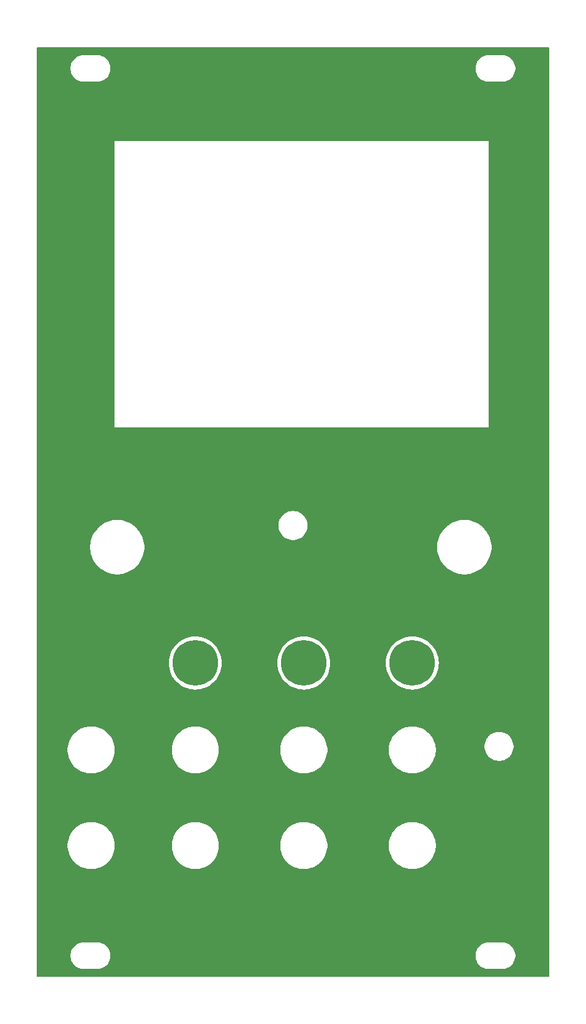
<source format=gbr>
G04 #@! TF.GenerationSoftware,KiCad,Pcbnew,8.0.8*
G04 #@! TF.CreationDate,2025-06-13T11:57:10+01:00*
G04 #@! TF.ProjectId,oscar_panel_nousb_variant,6f736361-725f-4706-916e-656c5f6e6f75,rev?*
G04 #@! TF.SameCoordinates,Original*
G04 #@! TF.FileFunction,Copper,L2,Bot*
G04 #@! TF.FilePolarity,Positive*
%FSLAX46Y46*%
G04 Gerber Fmt 4.6, Leading zero omitted, Abs format (unit mm)*
G04 Created by KiCad (PCBNEW 8.0.8) date 2025-06-13 11:57:10*
%MOMM*%
%LPD*%
G01*
G04 APERTURE LIST*
G04 #@! TA.AperFunction,WasherPad*
%ADD10C,6.300000*%
G04 #@! TD*
G04 APERTURE END LIST*
D10*
X152000000Y-120000000D03*
X137000000Y-120000000D03*
X122000000Y-120000000D03*
G04 #@! TA.AperFunction,NonConductor*
G36*
X170866621Y-34995502D02*
G01*
X170913114Y-35049158D01*
X170924500Y-35101500D01*
X170924500Y-163198500D01*
X170904498Y-163266621D01*
X170850842Y-163313114D01*
X170798500Y-163324500D01*
X100201500Y-163324500D01*
X100133379Y-163304498D01*
X100086886Y-163250842D01*
X100075500Y-163198500D01*
X100075500Y-160278709D01*
X104749500Y-160278709D01*
X104749500Y-160521290D01*
X104781160Y-160761782D01*
X104843944Y-160996095D01*
X104843945Y-160996097D01*
X104843946Y-160996100D01*
X104936776Y-161220212D01*
X104936777Y-161220213D01*
X104936782Y-161220224D01*
X105058061Y-161430285D01*
X105058063Y-161430288D01*
X105058064Y-161430289D01*
X105205735Y-161622738D01*
X105205739Y-161622742D01*
X105205744Y-161622748D01*
X105377251Y-161794255D01*
X105377256Y-161794259D01*
X105377262Y-161794265D01*
X105569711Y-161941936D01*
X105569714Y-161941938D01*
X105779775Y-162063217D01*
X105779779Y-162063218D01*
X105779788Y-162063224D01*
X106003900Y-162156054D01*
X106238211Y-162218838D01*
X106238215Y-162218838D01*
X106238217Y-162218839D01*
X106300202Y-162226999D01*
X106478712Y-162250500D01*
X106478719Y-162250500D01*
X108521281Y-162250500D01*
X108521288Y-162250500D01*
X108738637Y-162221885D01*
X108761782Y-162218839D01*
X108761782Y-162218838D01*
X108761789Y-162218838D01*
X108996100Y-162156054D01*
X109220212Y-162063224D01*
X109430289Y-161941936D01*
X109622738Y-161794265D01*
X109794265Y-161622738D01*
X109941936Y-161430289D01*
X110063224Y-161220212D01*
X110156054Y-160996100D01*
X110218838Y-160761789D01*
X110250500Y-160521288D01*
X110250500Y-160278712D01*
X110250500Y-160278709D01*
X160749500Y-160278709D01*
X160749500Y-160521290D01*
X160781160Y-160761782D01*
X160843944Y-160996095D01*
X160843945Y-160996097D01*
X160843946Y-160996100D01*
X160936776Y-161220212D01*
X160936777Y-161220213D01*
X160936782Y-161220224D01*
X161058061Y-161430285D01*
X161058063Y-161430288D01*
X161058064Y-161430289D01*
X161205735Y-161622738D01*
X161205739Y-161622742D01*
X161205744Y-161622748D01*
X161377251Y-161794255D01*
X161377256Y-161794259D01*
X161377262Y-161794265D01*
X161569711Y-161941936D01*
X161569714Y-161941938D01*
X161779775Y-162063217D01*
X161779779Y-162063218D01*
X161779788Y-162063224D01*
X162003900Y-162156054D01*
X162238211Y-162218838D01*
X162238215Y-162218838D01*
X162238217Y-162218839D01*
X162300202Y-162226999D01*
X162478712Y-162250500D01*
X162478719Y-162250500D01*
X164521281Y-162250500D01*
X164521288Y-162250500D01*
X164738637Y-162221885D01*
X164761782Y-162218839D01*
X164761782Y-162218838D01*
X164761789Y-162218838D01*
X164996100Y-162156054D01*
X165220212Y-162063224D01*
X165430289Y-161941936D01*
X165622738Y-161794265D01*
X165794265Y-161622738D01*
X165941936Y-161430289D01*
X166063224Y-161220212D01*
X166156054Y-160996100D01*
X166218838Y-160761789D01*
X166250500Y-160521288D01*
X166250500Y-160278712D01*
X166218838Y-160038211D01*
X166156054Y-159803900D01*
X166063224Y-159579788D01*
X166063218Y-159579779D01*
X166063217Y-159579775D01*
X165941938Y-159369714D01*
X165941936Y-159369711D01*
X165794265Y-159177262D01*
X165794259Y-159177256D01*
X165794255Y-159177251D01*
X165622748Y-159005744D01*
X165622742Y-159005739D01*
X165622738Y-159005735D01*
X165430289Y-158858064D01*
X165430288Y-158858063D01*
X165430285Y-158858061D01*
X165220224Y-158736782D01*
X165220216Y-158736778D01*
X165220212Y-158736776D01*
X164996100Y-158643946D01*
X164996097Y-158643945D01*
X164996095Y-158643944D01*
X164761782Y-158581160D01*
X164521290Y-158549500D01*
X164521288Y-158549500D01*
X162478712Y-158549500D01*
X162478709Y-158549500D01*
X162238217Y-158581160D01*
X162003904Y-158643944D01*
X162003900Y-158643946D01*
X161779786Y-158736777D01*
X161779775Y-158736782D01*
X161569714Y-158858061D01*
X161377262Y-159005735D01*
X161377251Y-159005744D01*
X161205744Y-159177251D01*
X161205735Y-159177262D01*
X161058061Y-159369714D01*
X160936782Y-159579775D01*
X160936777Y-159579786D01*
X160843946Y-159803900D01*
X160843944Y-159803904D01*
X160781160Y-160038217D01*
X160749500Y-160278709D01*
X110250500Y-160278709D01*
X110218838Y-160038211D01*
X110156054Y-159803900D01*
X110063224Y-159579788D01*
X110063218Y-159579779D01*
X110063217Y-159579775D01*
X109941938Y-159369714D01*
X109941936Y-159369711D01*
X109794265Y-159177262D01*
X109794259Y-159177256D01*
X109794255Y-159177251D01*
X109622748Y-159005744D01*
X109622742Y-159005739D01*
X109622738Y-159005735D01*
X109430289Y-158858064D01*
X109430288Y-158858063D01*
X109430285Y-158858061D01*
X109220224Y-158736782D01*
X109220216Y-158736778D01*
X109220212Y-158736776D01*
X108996100Y-158643946D01*
X108996097Y-158643945D01*
X108996095Y-158643944D01*
X108761782Y-158581160D01*
X108521290Y-158549500D01*
X108521288Y-158549500D01*
X106478712Y-158549500D01*
X106478709Y-158549500D01*
X106238217Y-158581160D01*
X106003904Y-158643944D01*
X106003900Y-158643946D01*
X105779786Y-158736777D01*
X105779775Y-158736782D01*
X105569714Y-158858061D01*
X105377262Y-159005735D01*
X105377251Y-159005744D01*
X105205744Y-159177251D01*
X105205735Y-159177262D01*
X105058061Y-159369714D01*
X104936782Y-159579775D01*
X104936777Y-159579786D01*
X104843946Y-159803900D01*
X104843944Y-159803904D01*
X104781160Y-160038217D01*
X104749500Y-160278709D01*
X100075500Y-160278709D01*
X100075500Y-145040306D01*
X104349500Y-145040306D01*
X104349500Y-145359693D01*
X104380802Y-145677508D01*
X104380804Y-145677523D01*
X104443111Y-145990760D01*
X104535820Y-146296381D01*
X104535821Y-146296385D01*
X104658039Y-146591444D01*
X104808592Y-146873108D01*
X104986020Y-147138649D01*
X104986031Y-147138664D01*
X105188628Y-147385528D01*
X105188646Y-147385548D01*
X105414451Y-147611353D01*
X105414461Y-147611362D01*
X105414465Y-147611366D01*
X105661344Y-147813975D01*
X105926894Y-147991409D01*
X106208556Y-148141961D01*
X106503619Y-148264180D01*
X106809240Y-148356889D01*
X107122477Y-148419196D01*
X107440313Y-148450500D01*
X107440322Y-148450500D01*
X107759678Y-148450500D01*
X107759687Y-148450500D01*
X108077523Y-148419196D01*
X108390760Y-148356889D01*
X108696381Y-148264180D01*
X108991444Y-148141961D01*
X109273106Y-147991409D01*
X109538656Y-147813975D01*
X109785535Y-147611366D01*
X110011366Y-147385535D01*
X110213975Y-147138656D01*
X110391409Y-146873106D01*
X110541961Y-146591444D01*
X110664180Y-146296381D01*
X110756889Y-145990760D01*
X110819196Y-145677523D01*
X110850500Y-145359687D01*
X110850500Y-145040313D01*
X110850499Y-145040306D01*
X118749500Y-145040306D01*
X118749500Y-145359693D01*
X118780802Y-145677508D01*
X118780804Y-145677523D01*
X118843111Y-145990760D01*
X118935820Y-146296381D01*
X118935821Y-146296385D01*
X119058039Y-146591444D01*
X119208592Y-146873108D01*
X119386020Y-147138649D01*
X119386031Y-147138664D01*
X119588628Y-147385528D01*
X119588646Y-147385548D01*
X119814451Y-147611353D01*
X119814461Y-147611362D01*
X119814465Y-147611366D01*
X120061344Y-147813975D01*
X120326894Y-147991409D01*
X120608556Y-148141961D01*
X120903619Y-148264180D01*
X121209240Y-148356889D01*
X121522477Y-148419196D01*
X121840313Y-148450500D01*
X121840322Y-148450500D01*
X122159678Y-148450500D01*
X122159687Y-148450500D01*
X122477523Y-148419196D01*
X122790760Y-148356889D01*
X123096381Y-148264180D01*
X123391444Y-148141961D01*
X123673106Y-147991409D01*
X123938656Y-147813975D01*
X124185535Y-147611366D01*
X124411366Y-147385535D01*
X124613975Y-147138656D01*
X124791409Y-146873106D01*
X124941961Y-146591444D01*
X125064180Y-146296381D01*
X125156889Y-145990760D01*
X125219196Y-145677523D01*
X125250500Y-145359687D01*
X125250500Y-145040313D01*
X125250499Y-145040306D01*
X133749500Y-145040306D01*
X133749500Y-145359693D01*
X133780802Y-145677508D01*
X133780804Y-145677523D01*
X133843111Y-145990760D01*
X133935820Y-146296381D01*
X133935821Y-146296385D01*
X134058039Y-146591444D01*
X134208592Y-146873108D01*
X134386020Y-147138649D01*
X134386031Y-147138664D01*
X134588628Y-147385528D01*
X134588646Y-147385548D01*
X134814451Y-147611353D01*
X134814461Y-147611362D01*
X134814465Y-147611366D01*
X135061344Y-147813975D01*
X135326894Y-147991409D01*
X135608556Y-148141961D01*
X135903619Y-148264180D01*
X136209240Y-148356889D01*
X136522477Y-148419196D01*
X136840313Y-148450500D01*
X136840322Y-148450500D01*
X137159678Y-148450500D01*
X137159687Y-148450500D01*
X137477523Y-148419196D01*
X137790760Y-148356889D01*
X138096381Y-148264180D01*
X138391444Y-148141961D01*
X138673106Y-147991409D01*
X138938656Y-147813975D01*
X139185535Y-147611366D01*
X139411366Y-147385535D01*
X139613975Y-147138656D01*
X139791409Y-146873106D01*
X139941961Y-146591444D01*
X140064180Y-146296381D01*
X140156889Y-145990760D01*
X140219196Y-145677523D01*
X140250500Y-145359687D01*
X140250500Y-145040313D01*
X140250499Y-145040306D01*
X148749500Y-145040306D01*
X148749500Y-145359693D01*
X148780802Y-145677508D01*
X148780804Y-145677523D01*
X148843111Y-145990760D01*
X148935820Y-146296381D01*
X148935821Y-146296385D01*
X149058039Y-146591444D01*
X149208592Y-146873108D01*
X149386020Y-147138649D01*
X149386031Y-147138664D01*
X149588628Y-147385528D01*
X149588646Y-147385548D01*
X149814451Y-147611353D01*
X149814461Y-147611362D01*
X149814465Y-147611366D01*
X150061344Y-147813975D01*
X150326894Y-147991409D01*
X150608556Y-148141961D01*
X150903619Y-148264180D01*
X151209240Y-148356889D01*
X151522477Y-148419196D01*
X151840313Y-148450500D01*
X151840322Y-148450500D01*
X152159678Y-148450500D01*
X152159687Y-148450500D01*
X152477523Y-148419196D01*
X152790760Y-148356889D01*
X153096381Y-148264180D01*
X153391444Y-148141961D01*
X153673106Y-147991409D01*
X153938656Y-147813975D01*
X154185535Y-147611366D01*
X154411366Y-147385535D01*
X154613975Y-147138656D01*
X154791409Y-146873106D01*
X154941961Y-146591444D01*
X155064180Y-146296381D01*
X155156889Y-145990760D01*
X155219196Y-145677523D01*
X155250500Y-145359687D01*
X155250500Y-145040313D01*
X155219196Y-144722477D01*
X155156889Y-144409240D01*
X155064180Y-144103619D01*
X154941961Y-143808556D01*
X154791409Y-143526894D01*
X154613975Y-143261344D01*
X154411366Y-143014465D01*
X154411362Y-143014461D01*
X154411353Y-143014451D01*
X154185548Y-142788646D01*
X154185528Y-142788628D01*
X153938664Y-142586031D01*
X153938649Y-142586020D01*
X153673108Y-142408592D01*
X153391444Y-142258039D01*
X153096385Y-142135821D01*
X153096381Y-142135820D01*
X152790760Y-142043111D01*
X152581935Y-142001573D01*
X152477524Y-141980804D01*
X152477508Y-141980802D01*
X152159693Y-141949500D01*
X152159687Y-141949500D01*
X151840313Y-141949500D01*
X151840306Y-141949500D01*
X151522491Y-141980802D01*
X151522475Y-141980804D01*
X151313652Y-142022342D01*
X151209240Y-142043111D01*
X151056429Y-142089465D01*
X150903618Y-142135820D01*
X150903614Y-142135821D01*
X150608555Y-142258039D01*
X150326891Y-142408592D01*
X150061350Y-142586020D01*
X150061335Y-142586031D01*
X149814471Y-142788628D01*
X149814451Y-142788646D01*
X149588646Y-143014451D01*
X149588628Y-143014471D01*
X149386031Y-143261335D01*
X149386020Y-143261350D01*
X149208592Y-143526891D01*
X149058039Y-143808555D01*
X148935821Y-144103614D01*
X148935820Y-144103618D01*
X148843111Y-144409241D01*
X148780804Y-144722475D01*
X148780802Y-144722491D01*
X148749500Y-145040306D01*
X140250499Y-145040306D01*
X140219196Y-144722477D01*
X140156889Y-144409240D01*
X140064180Y-144103619D01*
X139941961Y-143808556D01*
X139791409Y-143526894D01*
X139613975Y-143261344D01*
X139411366Y-143014465D01*
X139411362Y-143014461D01*
X139411353Y-143014451D01*
X139185548Y-142788646D01*
X139185528Y-142788628D01*
X138938664Y-142586031D01*
X138938649Y-142586020D01*
X138673108Y-142408592D01*
X138391444Y-142258039D01*
X138096385Y-142135821D01*
X138096381Y-142135820D01*
X137790760Y-142043111D01*
X137581935Y-142001573D01*
X137477524Y-141980804D01*
X137477508Y-141980802D01*
X137159693Y-141949500D01*
X137159687Y-141949500D01*
X136840313Y-141949500D01*
X136840306Y-141949500D01*
X136522491Y-141980802D01*
X136522475Y-141980804D01*
X136313652Y-142022342D01*
X136209240Y-142043111D01*
X136056429Y-142089465D01*
X135903618Y-142135820D01*
X135903614Y-142135821D01*
X135608555Y-142258039D01*
X135326891Y-142408592D01*
X135061350Y-142586020D01*
X135061335Y-142586031D01*
X134814471Y-142788628D01*
X134814451Y-142788646D01*
X134588646Y-143014451D01*
X134588628Y-143014471D01*
X134386031Y-143261335D01*
X134386020Y-143261350D01*
X134208592Y-143526891D01*
X134058039Y-143808555D01*
X133935821Y-144103614D01*
X133935820Y-144103618D01*
X133843111Y-144409241D01*
X133780804Y-144722475D01*
X133780802Y-144722491D01*
X133749500Y-145040306D01*
X125250499Y-145040306D01*
X125219196Y-144722477D01*
X125156889Y-144409240D01*
X125064180Y-144103619D01*
X124941961Y-143808556D01*
X124791409Y-143526894D01*
X124613975Y-143261344D01*
X124411366Y-143014465D01*
X124411362Y-143014461D01*
X124411353Y-143014451D01*
X124185548Y-142788646D01*
X124185528Y-142788628D01*
X123938664Y-142586031D01*
X123938649Y-142586020D01*
X123673108Y-142408592D01*
X123391444Y-142258039D01*
X123096385Y-142135821D01*
X123096381Y-142135820D01*
X122790760Y-142043111D01*
X122581935Y-142001573D01*
X122477524Y-141980804D01*
X122477508Y-141980802D01*
X122159693Y-141949500D01*
X122159687Y-141949500D01*
X121840313Y-141949500D01*
X121840306Y-141949500D01*
X121522491Y-141980802D01*
X121522475Y-141980804D01*
X121313652Y-142022342D01*
X121209240Y-142043111D01*
X121056429Y-142089465D01*
X120903618Y-142135820D01*
X120903614Y-142135821D01*
X120608555Y-142258039D01*
X120326891Y-142408592D01*
X120061350Y-142586020D01*
X120061335Y-142586031D01*
X119814471Y-142788628D01*
X119814451Y-142788646D01*
X119588646Y-143014451D01*
X119588628Y-143014471D01*
X119386031Y-143261335D01*
X119386020Y-143261350D01*
X119208592Y-143526891D01*
X119058039Y-143808555D01*
X118935821Y-144103614D01*
X118935820Y-144103618D01*
X118843111Y-144409241D01*
X118780804Y-144722475D01*
X118780802Y-144722491D01*
X118749500Y-145040306D01*
X110850499Y-145040306D01*
X110819196Y-144722477D01*
X110756889Y-144409240D01*
X110664180Y-144103619D01*
X110541961Y-143808556D01*
X110391409Y-143526894D01*
X110213975Y-143261344D01*
X110011366Y-143014465D01*
X110011362Y-143014461D01*
X110011353Y-143014451D01*
X109785548Y-142788646D01*
X109785528Y-142788628D01*
X109538664Y-142586031D01*
X109538649Y-142586020D01*
X109273108Y-142408592D01*
X108991444Y-142258039D01*
X108696385Y-142135821D01*
X108696381Y-142135820D01*
X108390760Y-142043111D01*
X108181935Y-142001573D01*
X108077524Y-141980804D01*
X108077508Y-141980802D01*
X107759693Y-141949500D01*
X107759687Y-141949500D01*
X107440313Y-141949500D01*
X107440306Y-141949500D01*
X107122491Y-141980802D01*
X107122475Y-141980804D01*
X106913652Y-142022342D01*
X106809240Y-142043111D01*
X106656429Y-142089465D01*
X106503618Y-142135820D01*
X106503614Y-142135821D01*
X106208555Y-142258039D01*
X105926891Y-142408592D01*
X105661350Y-142586020D01*
X105661335Y-142586031D01*
X105414471Y-142788628D01*
X105414451Y-142788646D01*
X105188646Y-143014451D01*
X105188628Y-143014471D01*
X104986031Y-143261335D01*
X104986020Y-143261350D01*
X104808592Y-143526891D01*
X104658039Y-143808555D01*
X104535821Y-144103614D01*
X104535820Y-144103618D01*
X104443111Y-144409241D01*
X104380804Y-144722475D01*
X104380802Y-144722491D01*
X104349500Y-145040306D01*
X100075500Y-145040306D01*
X100075500Y-131840306D01*
X104349500Y-131840306D01*
X104349500Y-132159693D01*
X104380802Y-132477508D01*
X104380804Y-132477523D01*
X104443111Y-132790760D01*
X104508789Y-133007270D01*
X104535820Y-133096381D01*
X104535821Y-133096385D01*
X104658039Y-133391444D01*
X104808592Y-133673108D01*
X104986020Y-133938649D01*
X104986031Y-133938664D01*
X105188628Y-134185528D01*
X105188646Y-134185548D01*
X105414451Y-134411353D01*
X105414461Y-134411362D01*
X105414465Y-134411366D01*
X105661344Y-134613975D01*
X105926894Y-134791409D01*
X106208556Y-134941961D01*
X106503619Y-135064180D01*
X106809240Y-135156889D01*
X107122477Y-135219196D01*
X107440313Y-135250500D01*
X107440322Y-135250500D01*
X107759678Y-135250500D01*
X107759687Y-135250500D01*
X108077523Y-135219196D01*
X108390760Y-135156889D01*
X108696381Y-135064180D01*
X108991444Y-134941961D01*
X109273106Y-134791409D01*
X109538656Y-134613975D01*
X109785535Y-134411366D01*
X110011366Y-134185535D01*
X110213975Y-133938656D01*
X110391409Y-133673106D01*
X110541961Y-133391444D01*
X110664180Y-133096381D01*
X110756889Y-132790760D01*
X110819196Y-132477523D01*
X110850500Y-132159687D01*
X110850500Y-131840313D01*
X110850499Y-131840306D01*
X118749500Y-131840306D01*
X118749500Y-132159693D01*
X118780802Y-132477508D01*
X118780804Y-132477523D01*
X118843111Y-132790760D01*
X118908789Y-133007270D01*
X118935820Y-133096381D01*
X118935821Y-133096385D01*
X119058039Y-133391444D01*
X119208592Y-133673108D01*
X119386020Y-133938649D01*
X119386031Y-133938664D01*
X119588628Y-134185528D01*
X119588646Y-134185548D01*
X119814451Y-134411353D01*
X119814461Y-134411362D01*
X119814465Y-134411366D01*
X120061344Y-134613975D01*
X120326894Y-134791409D01*
X120608556Y-134941961D01*
X120903619Y-135064180D01*
X121209240Y-135156889D01*
X121522477Y-135219196D01*
X121840313Y-135250500D01*
X121840322Y-135250500D01*
X122159678Y-135250500D01*
X122159687Y-135250500D01*
X122477523Y-135219196D01*
X122790760Y-135156889D01*
X123096381Y-135064180D01*
X123391444Y-134941961D01*
X123673106Y-134791409D01*
X123938656Y-134613975D01*
X124185535Y-134411366D01*
X124411366Y-134185535D01*
X124613975Y-133938656D01*
X124791409Y-133673106D01*
X124941961Y-133391444D01*
X125064180Y-133096381D01*
X125156889Y-132790760D01*
X125219196Y-132477523D01*
X125250500Y-132159687D01*
X125250500Y-131840313D01*
X125250499Y-131840306D01*
X133749500Y-131840306D01*
X133749500Y-132159693D01*
X133780802Y-132477508D01*
X133780804Y-132477523D01*
X133843111Y-132790760D01*
X133908789Y-133007270D01*
X133935820Y-133096381D01*
X133935821Y-133096385D01*
X134058039Y-133391444D01*
X134208592Y-133673108D01*
X134386020Y-133938649D01*
X134386031Y-133938664D01*
X134588628Y-134185528D01*
X134588646Y-134185548D01*
X134814451Y-134411353D01*
X134814461Y-134411362D01*
X134814465Y-134411366D01*
X135061344Y-134613975D01*
X135326894Y-134791409D01*
X135608556Y-134941961D01*
X135903619Y-135064180D01*
X136209240Y-135156889D01*
X136522477Y-135219196D01*
X136840313Y-135250500D01*
X136840322Y-135250500D01*
X137159678Y-135250500D01*
X137159687Y-135250500D01*
X137477523Y-135219196D01*
X137790760Y-135156889D01*
X138096381Y-135064180D01*
X138391444Y-134941961D01*
X138673106Y-134791409D01*
X138938656Y-134613975D01*
X139185535Y-134411366D01*
X139411366Y-134185535D01*
X139613975Y-133938656D01*
X139791409Y-133673106D01*
X139941961Y-133391444D01*
X140064180Y-133096381D01*
X140156889Y-132790760D01*
X140219196Y-132477523D01*
X140250500Y-132159687D01*
X140250500Y-131840313D01*
X140250499Y-131840306D01*
X148749500Y-131840306D01*
X148749500Y-132159693D01*
X148780802Y-132477508D01*
X148780804Y-132477523D01*
X148843111Y-132790760D01*
X148908789Y-133007270D01*
X148935820Y-133096381D01*
X148935821Y-133096385D01*
X149058039Y-133391444D01*
X149208592Y-133673108D01*
X149386020Y-133938649D01*
X149386031Y-133938664D01*
X149588628Y-134185528D01*
X149588646Y-134185548D01*
X149814451Y-134411353D01*
X149814461Y-134411362D01*
X149814465Y-134411366D01*
X150061344Y-134613975D01*
X150326894Y-134791409D01*
X150608556Y-134941961D01*
X150903619Y-135064180D01*
X151209240Y-135156889D01*
X151522477Y-135219196D01*
X151840313Y-135250500D01*
X151840322Y-135250500D01*
X152159678Y-135250500D01*
X152159687Y-135250500D01*
X152477523Y-135219196D01*
X152790760Y-135156889D01*
X153096381Y-135064180D01*
X153391444Y-134941961D01*
X153673106Y-134791409D01*
X153938656Y-134613975D01*
X154185535Y-134411366D01*
X154411366Y-134185535D01*
X154613975Y-133938656D01*
X154791409Y-133673106D01*
X154941961Y-133391444D01*
X155064180Y-133096381D01*
X155156889Y-132790760D01*
X155219196Y-132477523D01*
X155250500Y-132159687D01*
X155250500Y-131840313D01*
X155219196Y-131522477D01*
X155188643Y-131368878D01*
X161999500Y-131368878D01*
X161999500Y-131631121D01*
X162033728Y-131891108D01*
X162033729Y-131891114D01*
X162033730Y-131891116D01*
X162101602Y-132144419D01*
X162201957Y-132386697D01*
X162201958Y-132386698D01*
X162201963Y-132386709D01*
X162333073Y-132613799D01*
X162333077Y-132613805D01*
X162492710Y-132821842D01*
X162492729Y-132821863D01*
X162678136Y-133007270D01*
X162678157Y-133007289D01*
X162886194Y-133166922D01*
X162886200Y-133166926D01*
X163113290Y-133298036D01*
X163113294Y-133298037D01*
X163113303Y-133298043D01*
X163355581Y-133398398D01*
X163608884Y-133466270D01*
X163608890Y-133466270D01*
X163608891Y-133466271D01*
X163633900Y-133469563D01*
X163868880Y-133500500D01*
X163868887Y-133500500D01*
X164131113Y-133500500D01*
X164131120Y-133500500D01*
X164391116Y-133466270D01*
X164644419Y-133398398D01*
X164886697Y-133298043D01*
X165113803Y-133166924D01*
X165321851Y-133007282D01*
X165507282Y-132821851D01*
X165666924Y-132613803D01*
X165798043Y-132386697D01*
X165898398Y-132144419D01*
X165966270Y-131891116D01*
X166000500Y-131631120D01*
X166000500Y-131368880D01*
X165966270Y-131108884D01*
X165898398Y-130855581D01*
X165798043Y-130613303D01*
X165798037Y-130613294D01*
X165798036Y-130613290D01*
X165666926Y-130386200D01*
X165666922Y-130386194D01*
X165507289Y-130178157D01*
X165507270Y-130178136D01*
X165321863Y-129992729D01*
X165321842Y-129992710D01*
X165113805Y-129833077D01*
X165113799Y-129833073D01*
X164886709Y-129701963D01*
X164886701Y-129701959D01*
X164886697Y-129701957D01*
X164644419Y-129601602D01*
X164391116Y-129533730D01*
X164391114Y-129533729D01*
X164391108Y-129533728D01*
X164131121Y-129499500D01*
X164131120Y-129499500D01*
X163868880Y-129499500D01*
X163868878Y-129499500D01*
X163608891Y-129533728D01*
X163355581Y-129601602D01*
X163113301Y-129701958D01*
X163113290Y-129701963D01*
X162886200Y-129833073D01*
X162886194Y-129833077D01*
X162678157Y-129992710D01*
X162678136Y-129992729D01*
X162492729Y-130178136D01*
X162492710Y-130178157D01*
X162333077Y-130386194D01*
X162333073Y-130386200D01*
X162201963Y-130613290D01*
X162201958Y-130613301D01*
X162101602Y-130855581D01*
X162033728Y-131108891D01*
X161999500Y-131368878D01*
X155188643Y-131368878D01*
X155156889Y-131209240D01*
X155064180Y-130903619D01*
X154941961Y-130608556D01*
X154791409Y-130326894D01*
X154613975Y-130061344D01*
X154557648Y-129992710D01*
X154411371Y-129814471D01*
X154411353Y-129814451D01*
X154185548Y-129588646D01*
X154185528Y-129588628D01*
X153938664Y-129386031D01*
X153938649Y-129386020D01*
X153673108Y-129208592D01*
X153391444Y-129058039D01*
X153096385Y-128935821D01*
X153096381Y-128935820D01*
X152790760Y-128843111D01*
X152581935Y-128801573D01*
X152477524Y-128780804D01*
X152477508Y-128780802D01*
X152159693Y-128749500D01*
X152159687Y-128749500D01*
X151840313Y-128749500D01*
X151840306Y-128749500D01*
X151522491Y-128780802D01*
X151522475Y-128780804D01*
X151313652Y-128822342D01*
X151209240Y-128843111D01*
X151056429Y-128889465D01*
X150903618Y-128935820D01*
X150903614Y-128935821D01*
X150608555Y-129058039D01*
X150326891Y-129208592D01*
X150061350Y-129386020D01*
X150061335Y-129386031D01*
X149814471Y-129588628D01*
X149814451Y-129588646D01*
X149588646Y-129814451D01*
X149588628Y-129814471D01*
X149386031Y-130061335D01*
X149386020Y-130061350D01*
X149208592Y-130326891D01*
X149058039Y-130608555D01*
X148935821Y-130903614D01*
X148935820Y-130903618D01*
X148935820Y-130903619D01*
X148873552Y-131108891D01*
X148843111Y-131209241D01*
X148780804Y-131522475D01*
X148780802Y-131522491D01*
X148749500Y-131840306D01*
X140250499Y-131840306D01*
X140219196Y-131522477D01*
X140156889Y-131209240D01*
X140064180Y-130903619D01*
X139941961Y-130608556D01*
X139791409Y-130326894D01*
X139613975Y-130061344D01*
X139557648Y-129992710D01*
X139411371Y-129814471D01*
X139411353Y-129814451D01*
X139185548Y-129588646D01*
X139185528Y-129588628D01*
X138938664Y-129386031D01*
X138938649Y-129386020D01*
X138673108Y-129208592D01*
X138391444Y-129058039D01*
X138096385Y-128935821D01*
X138096381Y-128935820D01*
X137790760Y-128843111D01*
X137581935Y-128801573D01*
X137477524Y-128780804D01*
X137477508Y-128780802D01*
X137159693Y-128749500D01*
X137159687Y-128749500D01*
X136840313Y-128749500D01*
X136840306Y-128749500D01*
X136522491Y-128780802D01*
X136522475Y-128780804D01*
X136313652Y-128822342D01*
X136209240Y-128843111D01*
X136056429Y-128889465D01*
X135903618Y-128935820D01*
X135903614Y-128935821D01*
X135608555Y-129058039D01*
X135326891Y-129208592D01*
X135061350Y-129386020D01*
X135061335Y-129386031D01*
X134814471Y-129588628D01*
X134814451Y-129588646D01*
X134588646Y-129814451D01*
X134588628Y-129814471D01*
X134386031Y-130061335D01*
X134386020Y-130061350D01*
X134208592Y-130326891D01*
X134058039Y-130608555D01*
X133935821Y-130903614D01*
X133935820Y-130903618D01*
X133935820Y-130903619D01*
X133873552Y-131108891D01*
X133843111Y-131209241D01*
X133780804Y-131522475D01*
X133780802Y-131522491D01*
X133749500Y-131840306D01*
X125250499Y-131840306D01*
X125219196Y-131522477D01*
X125156889Y-131209240D01*
X125064180Y-130903619D01*
X124941961Y-130608556D01*
X124791409Y-130326894D01*
X124613975Y-130061344D01*
X124557648Y-129992710D01*
X124411371Y-129814471D01*
X124411353Y-129814451D01*
X124185548Y-129588646D01*
X124185528Y-129588628D01*
X123938664Y-129386031D01*
X123938649Y-129386020D01*
X123673108Y-129208592D01*
X123391444Y-129058039D01*
X123096385Y-128935821D01*
X123096381Y-128935820D01*
X122790760Y-128843111D01*
X122581935Y-128801573D01*
X122477524Y-128780804D01*
X122477508Y-128780802D01*
X122159693Y-128749500D01*
X122159687Y-128749500D01*
X121840313Y-128749500D01*
X121840306Y-128749500D01*
X121522491Y-128780802D01*
X121522475Y-128780804D01*
X121313652Y-128822342D01*
X121209240Y-128843111D01*
X121056429Y-128889465D01*
X120903618Y-128935820D01*
X120903614Y-128935821D01*
X120608555Y-129058039D01*
X120326891Y-129208592D01*
X120061350Y-129386020D01*
X120061335Y-129386031D01*
X119814471Y-129588628D01*
X119814451Y-129588646D01*
X119588646Y-129814451D01*
X119588628Y-129814471D01*
X119386031Y-130061335D01*
X119386020Y-130061350D01*
X119208592Y-130326891D01*
X119058039Y-130608555D01*
X118935821Y-130903614D01*
X118935820Y-130903618D01*
X118935820Y-130903619D01*
X118873552Y-131108891D01*
X118843111Y-131209241D01*
X118780804Y-131522475D01*
X118780802Y-131522491D01*
X118749500Y-131840306D01*
X110850499Y-131840306D01*
X110819196Y-131522477D01*
X110756889Y-131209240D01*
X110664180Y-130903619D01*
X110541961Y-130608556D01*
X110391409Y-130326894D01*
X110213975Y-130061344D01*
X110157648Y-129992710D01*
X110011371Y-129814471D01*
X110011353Y-129814451D01*
X109785548Y-129588646D01*
X109785528Y-129588628D01*
X109538664Y-129386031D01*
X109538649Y-129386020D01*
X109273108Y-129208592D01*
X108991444Y-129058039D01*
X108696385Y-128935821D01*
X108696381Y-128935820D01*
X108390760Y-128843111D01*
X108181935Y-128801573D01*
X108077524Y-128780804D01*
X108077508Y-128780802D01*
X107759693Y-128749500D01*
X107759687Y-128749500D01*
X107440313Y-128749500D01*
X107440306Y-128749500D01*
X107122491Y-128780802D01*
X107122475Y-128780804D01*
X106913652Y-128822342D01*
X106809240Y-128843111D01*
X106656429Y-128889465D01*
X106503618Y-128935820D01*
X106503614Y-128935821D01*
X106208555Y-129058039D01*
X105926891Y-129208592D01*
X105661350Y-129386020D01*
X105661335Y-129386031D01*
X105414471Y-129588628D01*
X105414451Y-129588646D01*
X105188646Y-129814451D01*
X105188628Y-129814471D01*
X104986031Y-130061335D01*
X104986020Y-130061350D01*
X104808592Y-130326891D01*
X104658039Y-130608555D01*
X104535821Y-130903614D01*
X104535820Y-130903618D01*
X104535820Y-130903619D01*
X104473552Y-131108891D01*
X104443111Y-131209241D01*
X104380804Y-131522475D01*
X104380802Y-131522491D01*
X104349500Y-131840306D01*
X100075500Y-131840306D01*
X100075500Y-119999993D01*
X118336479Y-119999993D01*
X118336479Y-120000006D01*
X118356546Y-120382933D01*
X118416535Y-120761687D01*
X118515785Y-121132096D01*
X118653202Y-121490078D01*
X118653206Y-121490086D01*
X118827298Y-121831761D01*
X119036143Y-122153356D01*
X119036155Y-122153373D01*
X119277460Y-122451360D01*
X119277474Y-122451375D01*
X119548624Y-122722525D01*
X119548639Y-122722539D01*
X119846626Y-122963844D01*
X119846643Y-122963856D01*
X120028133Y-123081716D01*
X120168239Y-123172702D01*
X120509912Y-123346793D01*
X120509916Y-123346794D01*
X120509921Y-123346797D01*
X120867903Y-123484214D01*
X120867908Y-123484215D01*
X120867910Y-123484216D01*
X121238311Y-123583464D01*
X121617058Y-123643452D01*
X121617060Y-123643452D01*
X121617066Y-123643453D01*
X121999994Y-123663521D01*
X122000000Y-123663521D01*
X122000006Y-123663521D01*
X122382933Y-123643453D01*
X122382937Y-123643452D01*
X122382942Y-123643452D01*
X122761689Y-123583464D01*
X123132090Y-123484216D01*
X123132093Y-123484214D01*
X123132096Y-123484214D01*
X123490078Y-123346797D01*
X123490079Y-123346796D01*
X123490088Y-123346793D01*
X123831761Y-123172702D01*
X124153364Y-122963851D01*
X124153373Y-122963844D01*
X124451360Y-122722539D01*
X124451365Y-122722533D01*
X124451374Y-122722527D01*
X124722527Y-122451374D01*
X124722533Y-122451365D01*
X124722539Y-122451360D01*
X124963844Y-122153373D01*
X124963845Y-122153370D01*
X124963851Y-122153364D01*
X125172702Y-121831761D01*
X125346793Y-121490088D01*
X125484216Y-121132090D01*
X125583464Y-120761689D01*
X125643452Y-120382942D01*
X125643452Y-120382937D01*
X125643453Y-120382933D01*
X125663521Y-120000006D01*
X125663521Y-119999993D01*
X133336479Y-119999993D01*
X133336479Y-120000006D01*
X133356546Y-120382933D01*
X133416535Y-120761687D01*
X133515785Y-121132096D01*
X133653202Y-121490078D01*
X133653206Y-121490086D01*
X133827298Y-121831761D01*
X134036143Y-122153356D01*
X134036155Y-122153373D01*
X134277460Y-122451360D01*
X134277474Y-122451375D01*
X134548624Y-122722525D01*
X134548639Y-122722539D01*
X134846626Y-122963844D01*
X134846643Y-122963856D01*
X135028133Y-123081716D01*
X135168239Y-123172702D01*
X135509912Y-123346793D01*
X135509916Y-123346794D01*
X135509921Y-123346797D01*
X135867903Y-123484214D01*
X135867908Y-123484215D01*
X135867910Y-123484216D01*
X136238311Y-123583464D01*
X136617058Y-123643452D01*
X136617060Y-123643452D01*
X136617066Y-123643453D01*
X136999994Y-123663521D01*
X137000000Y-123663521D01*
X137000006Y-123663521D01*
X137382933Y-123643453D01*
X137382937Y-123643452D01*
X137382942Y-123643452D01*
X137761689Y-123583464D01*
X138132090Y-123484216D01*
X138132093Y-123484214D01*
X138132096Y-123484214D01*
X138490078Y-123346797D01*
X138490079Y-123346796D01*
X138490088Y-123346793D01*
X138831761Y-123172702D01*
X139153364Y-122963851D01*
X139153373Y-122963844D01*
X139451360Y-122722539D01*
X139451365Y-122722533D01*
X139451374Y-122722527D01*
X139722527Y-122451374D01*
X139722533Y-122451365D01*
X139722539Y-122451360D01*
X139963844Y-122153373D01*
X139963845Y-122153370D01*
X139963851Y-122153364D01*
X140172702Y-121831761D01*
X140346793Y-121490088D01*
X140484216Y-121132090D01*
X140583464Y-120761689D01*
X140643452Y-120382942D01*
X140643452Y-120382937D01*
X140643453Y-120382933D01*
X140663521Y-120000006D01*
X140663521Y-119999993D01*
X148336479Y-119999993D01*
X148336479Y-120000006D01*
X148356546Y-120382933D01*
X148416535Y-120761687D01*
X148515785Y-121132096D01*
X148653202Y-121490078D01*
X148653206Y-121490086D01*
X148827298Y-121831761D01*
X149036143Y-122153356D01*
X149036155Y-122153373D01*
X149277460Y-122451360D01*
X149277474Y-122451375D01*
X149548624Y-122722525D01*
X149548639Y-122722539D01*
X149846626Y-122963844D01*
X149846643Y-122963856D01*
X150028133Y-123081716D01*
X150168239Y-123172702D01*
X150509912Y-123346793D01*
X150509916Y-123346794D01*
X150509921Y-123346797D01*
X150867903Y-123484214D01*
X150867908Y-123484215D01*
X150867910Y-123484216D01*
X151238311Y-123583464D01*
X151617058Y-123643452D01*
X151617060Y-123643452D01*
X151617066Y-123643453D01*
X151999994Y-123663521D01*
X152000000Y-123663521D01*
X152000006Y-123663521D01*
X152382933Y-123643453D01*
X152382937Y-123643452D01*
X152382942Y-123643452D01*
X152761689Y-123583464D01*
X153132090Y-123484216D01*
X153132093Y-123484214D01*
X153132096Y-123484214D01*
X153490078Y-123346797D01*
X153490079Y-123346796D01*
X153490088Y-123346793D01*
X153831761Y-123172702D01*
X154153364Y-122963851D01*
X154153373Y-122963844D01*
X154451360Y-122722539D01*
X154451365Y-122722533D01*
X154451374Y-122722527D01*
X154722527Y-122451374D01*
X154722533Y-122451365D01*
X154722539Y-122451360D01*
X154963844Y-122153373D01*
X154963845Y-122153370D01*
X154963851Y-122153364D01*
X155172702Y-121831761D01*
X155346793Y-121490088D01*
X155484216Y-121132090D01*
X155583464Y-120761689D01*
X155643452Y-120382942D01*
X155643452Y-120382937D01*
X155643453Y-120382933D01*
X155663521Y-120000006D01*
X155663521Y-119999993D01*
X155643453Y-119617066D01*
X155583464Y-119238312D01*
X155484214Y-118867903D01*
X155346797Y-118509921D01*
X155346793Y-118509913D01*
X155346793Y-118509912D01*
X155172702Y-118168240D01*
X154963851Y-117846636D01*
X154963848Y-117846632D01*
X154963846Y-117846629D01*
X154722539Y-117548639D01*
X154722525Y-117548624D01*
X154451375Y-117277474D01*
X154451360Y-117277460D01*
X154153373Y-117036155D01*
X154153356Y-117036143D01*
X153831761Y-116827298D01*
X153490086Y-116653206D01*
X153490078Y-116653202D01*
X153132096Y-116515785D01*
X152761687Y-116416535D01*
X152382933Y-116356546D01*
X152000006Y-116336479D01*
X151999994Y-116336479D01*
X151617066Y-116356546D01*
X151238312Y-116416535D01*
X150867903Y-116515785D01*
X150509921Y-116653202D01*
X150509913Y-116653206D01*
X150168239Y-116827298D01*
X149846632Y-117036151D01*
X149846629Y-117036153D01*
X149548639Y-117277460D01*
X149548624Y-117277474D01*
X149277474Y-117548624D01*
X149277460Y-117548639D01*
X149036153Y-117846629D01*
X149036151Y-117846632D01*
X148827298Y-118168239D01*
X148653206Y-118509913D01*
X148653202Y-118509921D01*
X148515785Y-118867903D01*
X148416535Y-119238312D01*
X148356546Y-119617066D01*
X148336479Y-119999993D01*
X140663521Y-119999993D01*
X140643453Y-119617066D01*
X140583464Y-119238312D01*
X140484214Y-118867903D01*
X140346797Y-118509921D01*
X140346793Y-118509913D01*
X140346793Y-118509912D01*
X140172702Y-118168240D01*
X139963851Y-117846636D01*
X139963848Y-117846632D01*
X139963846Y-117846629D01*
X139722539Y-117548639D01*
X139722525Y-117548624D01*
X139451375Y-117277474D01*
X139451360Y-117277460D01*
X139153373Y-117036155D01*
X139153356Y-117036143D01*
X138831761Y-116827298D01*
X138490086Y-116653206D01*
X138490078Y-116653202D01*
X138132096Y-116515785D01*
X137761687Y-116416535D01*
X137382933Y-116356546D01*
X137000006Y-116336479D01*
X136999994Y-116336479D01*
X136617066Y-116356546D01*
X136238312Y-116416535D01*
X135867903Y-116515785D01*
X135509921Y-116653202D01*
X135509913Y-116653206D01*
X135168239Y-116827298D01*
X134846632Y-117036151D01*
X134846629Y-117036153D01*
X134548639Y-117277460D01*
X134548624Y-117277474D01*
X134277474Y-117548624D01*
X134277460Y-117548639D01*
X134036153Y-117846629D01*
X134036151Y-117846632D01*
X133827298Y-118168239D01*
X133653206Y-118509913D01*
X133653202Y-118509921D01*
X133515785Y-118867903D01*
X133416535Y-119238312D01*
X133356546Y-119617066D01*
X133336479Y-119999993D01*
X125663521Y-119999993D01*
X125643453Y-119617066D01*
X125583464Y-119238312D01*
X125484214Y-118867903D01*
X125346797Y-118509921D01*
X125346793Y-118509913D01*
X125346793Y-118509912D01*
X125172702Y-118168240D01*
X124963851Y-117846636D01*
X124963848Y-117846632D01*
X124963846Y-117846629D01*
X124722539Y-117548639D01*
X124722525Y-117548624D01*
X124451375Y-117277474D01*
X124451360Y-117277460D01*
X124153373Y-117036155D01*
X124153356Y-117036143D01*
X123831761Y-116827298D01*
X123490086Y-116653206D01*
X123490078Y-116653202D01*
X123132096Y-116515785D01*
X122761687Y-116416535D01*
X122382933Y-116356546D01*
X122000006Y-116336479D01*
X121999994Y-116336479D01*
X121617066Y-116356546D01*
X121238312Y-116416535D01*
X120867903Y-116515785D01*
X120509921Y-116653202D01*
X120509913Y-116653206D01*
X120168239Y-116827298D01*
X119846632Y-117036151D01*
X119846629Y-117036153D01*
X119548639Y-117277460D01*
X119548624Y-117277474D01*
X119277474Y-117548624D01*
X119277460Y-117548639D01*
X119036153Y-117846629D01*
X119036151Y-117846632D01*
X118827298Y-118168239D01*
X118653206Y-118509913D01*
X118653202Y-118509921D01*
X118515785Y-118867903D01*
X118416535Y-119238312D01*
X118356546Y-119617066D01*
X118336479Y-119999993D01*
X100075500Y-119999993D01*
X100075500Y-103815743D01*
X107449500Y-103815743D01*
X107449500Y-104184256D01*
X107485617Y-104550961D01*
X107485620Y-104550981D01*
X107557506Y-104912382D01*
X107664480Y-105265029D01*
X107664481Y-105265033D01*
X107805499Y-105605479D01*
X107979210Y-105930470D01*
X108183932Y-106236858D01*
X108183943Y-106236873D01*
X108417705Y-106521712D01*
X108417723Y-106521732D01*
X108678267Y-106782276D01*
X108678277Y-106782285D01*
X108678281Y-106782289D01*
X108963135Y-107016063D01*
X109269532Y-107220791D01*
X109594521Y-107394501D01*
X109934971Y-107535520D01*
X110287604Y-107642490D01*
X110287613Y-107642491D01*
X110287617Y-107642493D01*
X110410230Y-107666881D01*
X110649024Y-107714381D01*
X111015750Y-107750500D01*
X111015759Y-107750500D01*
X111384241Y-107750500D01*
X111384250Y-107750500D01*
X111750976Y-107714381D01*
X112048660Y-107655167D01*
X112112382Y-107642493D01*
X112112384Y-107642492D01*
X112112396Y-107642490D01*
X112465029Y-107535520D01*
X112805479Y-107394501D01*
X113130468Y-107220791D01*
X113436865Y-107016063D01*
X113721719Y-106782289D01*
X113982289Y-106521719D01*
X114216063Y-106236865D01*
X114420791Y-105930468D01*
X114594501Y-105605479D01*
X114735520Y-105265029D01*
X114842490Y-104912396D01*
X114914381Y-104550976D01*
X114950500Y-104184250D01*
X114950500Y-103815750D01*
X114950499Y-103815743D01*
X155449500Y-103815743D01*
X155449500Y-104184256D01*
X155485617Y-104550961D01*
X155485620Y-104550981D01*
X155557506Y-104912382D01*
X155664480Y-105265029D01*
X155664481Y-105265033D01*
X155805499Y-105605479D01*
X155979210Y-105930470D01*
X156183932Y-106236858D01*
X156183943Y-106236873D01*
X156417705Y-106521712D01*
X156417723Y-106521732D01*
X156678267Y-106782276D01*
X156678277Y-106782285D01*
X156678281Y-106782289D01*
X156963135Y-107016063D01*
X157269532Y-107220791D01*
X157594521Y-107394501D01*
X157934971Y-107535520D01*
X158287604Y-107642490D01*
X158287613Y-107642491D01*
X158287617Y-107642493D01*
X158410230Y-107666881D01*
X158649024Y-107714381D01*
X159015750Y-107750500D01*
X159015759Y-107750500D01*
X159384241Y-107750500D01*
X159384250Y-107750500D01*
X159750976Y-107714381D01*
X160048660Y-107655167D01*
X160112382Y-107642493D01*
X160112384Y-107642492D01*
X160112396Y-107642490D01*
X160465029Y-107535520D01*
X160805479Y-107394501D01*
X161130468Y-107220791D01*
X161436865Y-107016063D01*
X161721719Y-106782289D01*
X161982289Y-106521719D01*
X162216063Y-106236865D01*
X162420791Y-105930468D01*
X162594501Y-105605479D01*
X162735520Y-105265029D01*
X162842490Y-104912396D01*
X162914381Y-104550976D01*
X162950500Y-104184250D01*
X162950500Y-103815750D01*
X162914381Y-103449024D01*
X162842490Y-103087604D01*
X162735520Y-102734971D01*
X162594501Y-102394521D01*
X162420791Y-102069532D01*
X162216063Y-101763135D01*
X162118634Y-101644418D01*
X161982294Y-101478287D01*
X161982276Y-101478267D01*
X161721732Y-101217723D01*
X161721712Y-101217705D01*
X161436873Y-100983943D01*
X161436858Y-100983932D01*
X161130470Y-100779210D01*
X160805479Y-100605499D01*
X160465033Y-100464481D01*
X160465029Y-100464480D01*
X160112396Y-100357510D01*
X160112393Y-100357509D01*
X160112382Y-100357506D01*
X159750981Y-100285620D01*
X159750976Y-100285619D01*
X159750971Y-100285618D01*
X159750961Y-100285617D01*
X159384256Y-100249500D01*
X159384250Y-100249500D01*
X159015750Y-100249500D01*
X159015743Y-100249500D01*
X158649038Y-100285617D01*
X158649025Y-100285618D01*
X158649024Y-100285619D01*
X158649021Y-100285619D01*
X158649018Y-100285620D01*
X158287617Y-100357506D01*
X157934970Y-100464480D01*
X157934966Y-100464481D01*
X157594520Y-100605499D01*
X157269529Y-100779210D01*
X156963141Y-100983932D01*
X156963126Y-100983943D01*
X156678287Y-101217705D01*
X156678267Y-101217723D01*
X156417723Y-101478267D01*
X156417705Y-101478287D01*
X156183943Y-101763126D01*
X156183932Y-101763141D01*
X155979210Y-102069529D01*
X155805499Y-102394520D01*
X155664481Y-102734966D01*
X155664480Y-102734970D01*
X155557506Y-103087617D01*
X155485620Y-103449018D01*
X155485617Y-103449038D01*
X155449500Y-103815743D01*
X114950499Y-103815743D01*
X114914381Y-103449024D01*
X114842490Y-103087604D01*
X114735520Y-102734971D01*
X114594501Y-102394521D01*
X114420791Y-102069532D01*
X114216063Y-101763135D01*
X114118634Y-101644418D01*
X113982294Y-101478287D01*
X113982276Y-101478267D01*
X113721732Y-101217723D01*
X113721712Y-101217705D01*
X113436873Y-100983943D01*
X113436858Y-100983932D01*
X113264668Y-100868878D01*
X133499500Y-100868878D01*
X133499500Y-101131121D01*
X133533728Y-101391108D01*
X133533729Y-101391114D01*
X133533730Y-101391116D01*
X133601602Y-101644419D01*
X133701957Y-101886697D01*
X133701958Y-101886698D01*
X133701963Y-101886709D01*
X133833073Y-102113799D01*
X133833077Y-102113805D01*
X133992710Y-102321842D01*
X133992729Y-102321863D01*
X134178136Y-102507270D01*
X134178157Y-102507289D01*
X134386194Y-102666922D01*
X134386200Y-102666926D01*
X134613290Y-102798036D01*
X134613294Y-102798037D01*
X134613303Y-102798043D01*
X134855581Y-102898398D01*
X135108884Y-102966270D01*
X135108890Y-102966270D01*
X135108891Y-102966271D01*
X135133900Y-102969563D01*
X135368880Y-103000500D01*
X135368887Y-103000500D01*
X135631113Y-103000500D01*
X135631120Y-103000500D01*
X135891116Y-102966270D01*
X136144419Y-102898398D01*
X136386697Y-102798043D01*
X136613803Y-102666924D01*
X136821851Y-102507282D01*
X137007282Y-102321851D01*
X137166924Y-102113803D01*
X137298043Y-101886697D01*
X137398398Y-101644419D01*
X137466270Y-101391116D01*
X137500500Y-101131120D01*
X137500500Y-100868880D01*
X137466270Y-100608884D01*
X137398398Y-100355581D01*
X137298043Y-100113303D01*
X137298037Y-100113294D01*
X137298036Y-100113290D01*
X137166926Y-99886200D01*
X137166922Y-99886194D01*
X137007289Y-99678157D01*
X137007270Y-99678136D01*
X136821863Y-99492729D01*
X136821842Y-99492710D01*
X136613805Y-99333077D01*
X136613799Y-99333073D01*
X136386709Y-99201963D01*
X136386701Y-99201959D01*
X136386697Y-99201957D01*
X136144419Y-99101602D01*
X135891116Y-99033730D01*
X135891114Y-99033729D01*
X135891108Y-99033728D01*
X135631121Y-98999500D01*
X135631120Y-98999500D01*
X135368880Y-98999500D01*
X135368878Y-98999500D01*
X135108891Y-99033728D01*
X134855581Y-99101602D01*
X134613301Y-99201958D01*
X134613290Y-99201963D01*
X134386200Y-99333073D01*
X134386194Y-99333077D01*
X134178157Y-99492710D01*
X134178136Y-99492729D01*
X133992729Y-99678136D01*
X133992710Y-99678157D01*
X133833077Y-99886194D01*
X133833073Y-99886200D01*
X133701963Y-100113290D01*
X133701958Y-100113301D01*
X133601602Y-100355581D01*
X133533728Y-100608891D01*
X133499500Y-100868878D01*
X113264668Y-100868878D01*
X113130470Y-100779210D01*
X112805479Y-100605499D01*
X112465033Y-100464481D01*
X112465029Y-100464480D01*
X112112396Y-100357510D01*
X112112393Y-100357509D01*
X112112382Y-100357506D01*
X111750981Y-100285620D01*
X111750976Y-100285619D01*
X111750971Y-100285618D01*
X111750961Y-100285617D01*
X111384256Y-100249500D01*
X111384250Y-100249500D01*
X111015750Y-100249500D01*
X111015743Y-100249500D01*
X110649038Y-100285617D01*
X110649025Y-100285618D01*
X110649024Y-100285619D01*
X110649021Y-100285619D01*
X110649018Y-100285620D01*
X110287617Y-100357506D01*
X109934970Y-100464480D01*
X109934966Y-100464481D01*
X109594520Y-100605499D01*
X109269529Y-100779210D01*
X108963141Y-100983932D01*
X108963126Y-100983943D01*
X108678287Y-101217705D01*
X108678267Y-101217723D01*
X108417723Y-101478267D01*
X108417705Y-101478287D01*
X108183943Y-101763126D01*
X108183932Y-101763141D01*
X107979210Y-102069529D01*
X107805499Y-102394520D01*
X107664481Y-102734966D01*
X107664480Y-102734970D01*
X107557506Y-103087617D01*
X107485620Y-103449018D01*
X107485617Y-103449038D01*
X107449500Y-103815743D01*
X100075500Y-103815743D01*
X100075500Y-47984981D01*
X110824500Y-47984981D01*
X110824500Y-87415018D01*
X110835993Y-87442766D01*
X110835996Y-87442770D01*
X110857229Y-87464003D01*
X110857233Y-87464006D01*
X110884982Y-87475500D01*
X162515018Y-87475500D01*
X162542767Y-87464006D01*
X162564006Y-87442767D01*
X162575500Y-87415018D01*
X162575500Y-47984982D01*
X162564006Y-47957233D01*
X162564003Y-47957229D01*
X162542770Y-47935996D01*
X162542766Y-47935993D01*
X162515018Y-47924500D01*
X110915018Y-47924500D01*
X110884982Y-47924500D01*
X110857233Y-47935993D01*
X110857229Y-47935996D01*
X110835996Y-47957229D01*
X110835993Y-47957233D01*
X110824500Y-47984981D01*
X100075500Y-47984981D01*
X100075500Y-37778709D01*
X104749500Y-37778709D01*
X104749500Y-38021290D01*
X104781160Y-38261782D01*
X104843944Y-38496095D01*
X104843945Y-38496097D01*
X104843946Y-38496100D01*
X104936776Y-38720212D01*
X104936777Y-38720213D01*
X104936782Y-38720224D01*
X105058061Y-38930285D01*
X105058063Y-38930288D01*
X105058064Y-38930289D01*
X105205735Y-39122738D01*
X105205739Y-39122742D01*
X105205744Y-39122748D01*
X105377251Y-39294255D01*
X105377256Y-39294259D01*
X105377262Y-39294265D01*
X105569711Y-39441936D01*
X105569714Y-39441938D01*
X105779775Y-39563217D01*
X105779779Y-39563218D01*
X105779788Y-39563224D01*
X106003900Y-39656054D01*
X106238211Y-39718838D01*
X106238215Y-39718838D01*
X106238217Y-39718839D01*
X106300202Y-39726999D01*
X106478712Y-39750500D01*
X106478719Y-39750500D01*
X108521281Y-39750500D01*
X108521288Y-39750500D01*
X108738637Y-39721885D01*
X108761782Y-39718839D01*
X108761782Y-39718838D01*
X108761789Y-39718838D01*
X108996100Y-39656054D01*
X109220212Y-39563224D01*
X109430289Y-39441936D01*
X109622738Y-39294265D01*
X109794265Y-39122738D01*
X109941936Y-38930289D01*
X110063224Y-38720212D01*
X110156054Y-38496100D01*
X110218838Y-38261789D01*
X110250500Y-38021288D01*
X110250500Y-37778712D01*
X110250500Y-37778709D01*
X160749500Y-37778709D01*
X160749500Y-38021290D01*
X160781160Y-38261782D01*
X160843944Y-38496095D01*
X160843945Y-38496097D01*
X160843946Y-38496100D01*
X160936776Y-38720212D01*
X160936777Y-38720213D01*
X160936782Y-38720224D01*
X161058061Y-38930285D01*
X161058063Y-38930288D01*
X161058064Y-38930289D01*
X161205735Y-39122738D01*
X161205739Y-39122742D01*
X161205744Y-39122748D01*
X161377251Y-39294255D01*
X161377256Y-39294259D01*
X161377262Y-39294265D01*
X161569711Y-39441936D01*
X161569714Y-39441938D01*
X161779775Y-39563217D01*
X161779779Y-39563218D01*
X161779788Y-39563224D01*
X162003900Y-39656054D01*
X162238211Y-39718838D01*
X162238215Y-39718838D01*
X162238217Y-39718839D01*
X162300202Y-39726999D01*
X162478712Y-39750500D01*
X162478719Y-39750500D01*
X164521281Y-39750500D01*
X164521288Y-39750500D01*
X164738637Y-39721885D01*
X164761782Y-39718839D01*
X164761782Y-39718838D01*
X164761789Y-39718838D01*
X164996100Y-39656054D01*
X165220212Y-39563224D01*
X165430289Y-39441936D01*
X165622738Y-39294265D01*
X165794265Y-39122738D01*
X165941936Y-38930289D01*
X166063224Y-38720212D01*
X166156054Y-38496100D01*
X166218838Y-38261789D01*
X166250500Y-38021288D01*
X166250500Y-37778712D01*
X166218838Y-37538211D01*
X166156054Y-37303900D01*
X166063224Y-37079788D01*
X166063218Y-37079779D01*
X166063217Y-37079775D01*
X165941938Y-36869714D01*
X165941936Y-36869711D01*
X165794265Y-36677262D01*
X165794259Y-36677256D01*
X165794255Y-36677251D01*
X165622748Y-36505744D01*
X165622742Y-36505739D01*
X165622738Y-36505735D01*
X165430289Y-36358064D01*
X165430288Y-36358063D01*
X165430285Y-36358061D01*
X165220224Y-36236782D01*
X165220216Y-36236778D01*
X165220212Y-36236776D01*
X164996100Y-36143946D01*
X164996097Y-36143945D01*
X164996095Y-36143944D01*
X164761782Y-36081160D01*
X164521290Y-36049500D01*
X164521288Y-36049500D01*
X162478712Y-36049500D01*
X162478709Y-36049500D01*
X162238217Y-36081160D01*
X162003904Y-36143944D01*
X162003900Y-36143946D01*
X161779786Y-36236777D01*
X161779775Y-36236782D01*
X161569714Y-36358061D01*
X161377262Y-36505735D01*
X161377251Y-36505744D01*
X161205744Y-36677251D01*
X161205735Y-36677262D01*
X161058061Y-36869714D01*
X160936782Y-37079775D01*
X160936777Y-37079786D01*
X160843946Y-37303900D01*
X160843944Y-37303904D01*
X160781160Y-37538217D01*
X160749500Y-37778709D01*
X110250500Y-37778709D01*
X110218838Y-37538211D01*
X110156054Y-37303900D01*
X110063224Y-37079788D01*
X110063218Y-37079779D01*
X110063217Y-37079775D01*
X109941938Y-36869714D01*
X109941936Y-36869711D01*
X109794265Y-36677262D01*
X109794259Y-36677256D01*
X109794255Y-36677251D01*
X109622748Y-36505744D01*
X109622742Y-36505739D01*
X109622738Y-36505735D01*
X109430289Y-36358064D01*
X109430288Y-36358063D01*
X109430285Y-36358061D01*
X109220224Y-36236782D01*
X109220216Y-36236778D01*
X109220212Y-36236776D01*
X108996100Y-36143946D01*
X108996097Y-36143945D01*
X108996095Y-36143944D01*
X108761782Y-36081160D01*
X108521290Y-36049500D01*
X108521288Y-36049500D01*
X106478712Y-36049500D01*
X106478709Y-36049500D01*
X106238217Y-36081160D01*
X106003904Y-36143944D01*
X106003900Y-36143946D01*
X105779786Y-36236777D01*
X105779775Y-36236782D01*
X105569714Y-36358061D01*
X105377262Y-36505735D01*
X105377251Y-36505744D01*
X105205744Y-36677251D01*
X105205735Y-36677262D01*
X105058061Y-36869714D01*
X104936782Y-37079775D01*
X104936777Y-37079786D01*
X104843946Y-37303900D01*
X104843944Y-37303904D01*
X104781160Y-37538217D01*
X104749500Y-37778709D01*
X100075500Y-37778709D01*
X100075500Y-35101500D01*
X100095502Y-35033379D01*
X100149158Y-34986886D01*
X100201500Y-34975500D01*
X170798500Y-34975500D01*
X170866621Y-34995502D01*
G37*
G04 #@! TD.AperFunction*
M02*

</source>
